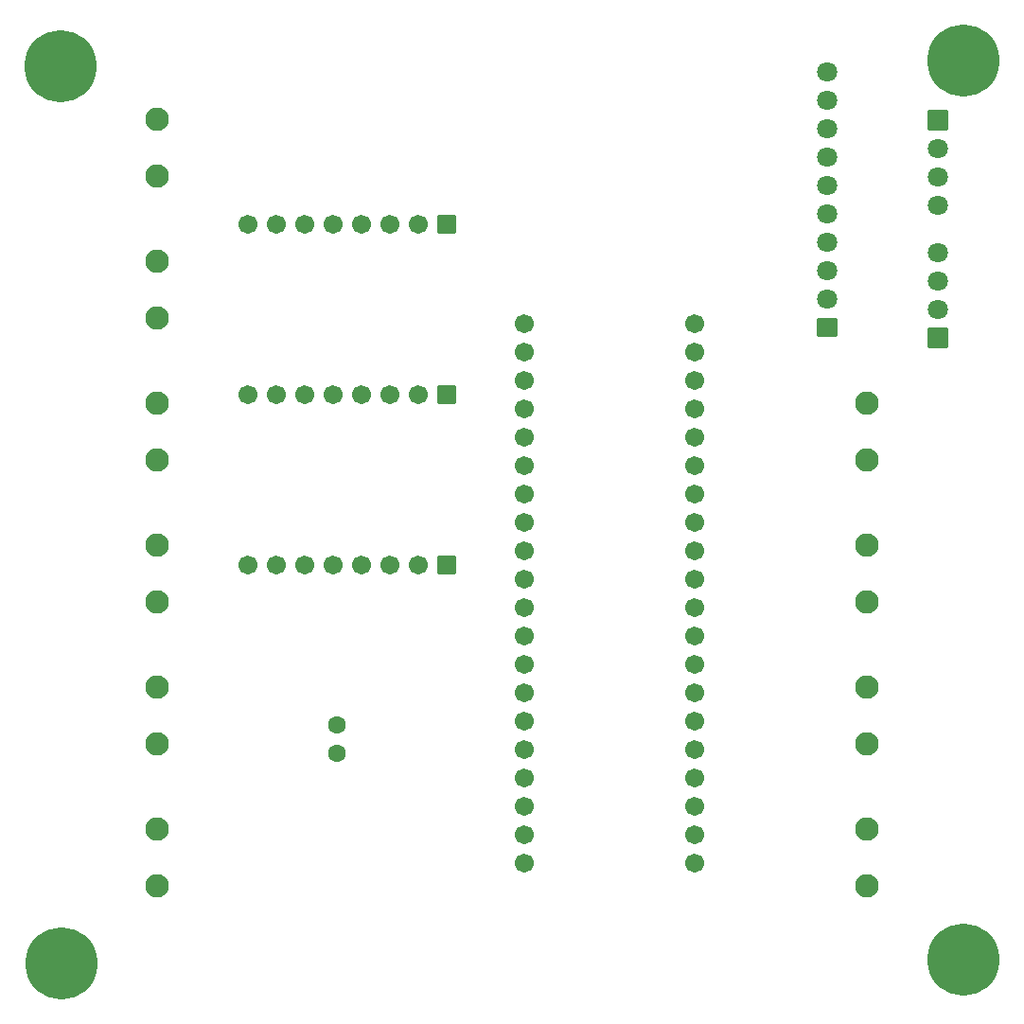
<source format=gts>
G04 Layer: TopSolderMaskLayer*
G04 EasyEDA Pro v3.2.87, 2026-02-03 17:42:00*
G04 Gerber Generator version 0.3*
G04 Scale: 100 percent, Rotated: No, Reflected: No*
G04 Dimensions in millimeters*
G04 Leading zeros omitted, absolute positions, 4 integers and 5 decimals*
G04 Generated by one-click*
%FSLAX45Y45*%
%MOMM*%
%AMRoundRect*1,1,$1,$2,$3*1,1,$1,$4,$5*1,1,$1,0-$2,0-$3*1,1,$1,0-$4,0-$5*20,1,$1,$2,$3,$4,$5,0*20,1,$1,$4,$5,0-$2,0-$3,0*20,1,$1,0-$2,0-$3,0-$4,0-$5,0*20,1,$1,0-$4,0-$5,$2,$3,0*4,1,4,$2,$3,$4,$5,0-$2,0-$3,0-$4,0-$5,$2,$3,0*%
%ADD10C,6.4516*%
%ADD11RoundRect,0.1016X-0.85X-0.85X-0.85X0.85*%
%ADD12C,1.8016*%
%ADD13C,2.1016*%
%ADD14RoundRect,0.1016X-0.8X0.8X0.8X0.8*%
%ADD15C,1.7016*%
%ADD16RoundRect,0.1016X-0.85X-0.7874X-0.85X0.7874*%
%ADD17C,1.6081*%
%ADD18C,1.6016*%
G75*


G04 Pad Start*
G54D10*
G01X469900Y-762000D03*
G01X8547100Y-711200D03*
G01X482600Y-8788400D03*
G01X8547100Y-8750300D03*
G54D11*
G01X8318500Y-3187700D03*
G54D12*
G01X8318500Y-2933700D03*
G01X8318500Y-2679700D03*
G01X8318500Y-2425700D03*
G54D13*
G01X7683500Y-6819900D03*
G01X7683500Y-6311900D03*
G01X7683500Y-8089900D03*
G01X7683500Y-7581900D03*
G01X1333500Y-5041900D03*
G01X1333500Y-5549900D03*
G54D14*
G01X3924301Y-3695701D03*
G54D15*
G01X3670301Y-3695701D03*
G01X3416301Y-3695701D03*
G01X3162301Y-3695701D03*
G01X2908301Y-3695701D03*
G01X2654301Y-3695701D03*
G01X2400301Y-3695701D03*
G01X2146301Y-3695701D03*
G54D14*
G01X3924301Y-5219701D03*
G54D15*
G01X3670301Y-5219701D03*
G01X3416301Y-5219701D03*
G01X3162301Y-5219701D03*
G01X2908301Y-5219701D03*
G01X2654301Y-5219701D03*
G01X2400301Y-5219701D03*
G01X2146301Y-5219701D03*
G54D13*
G01X1333500Y-7581900D03*
G01X1333500Y-8089900D03*
G01X1333500Y-6311900D03*
G01X1333500Y-6819900D03*
G01X7683500Y-4279900D03*
G01X7683500Y-3771900D03*
G01X1333500Y-1231900D03*
G01X1333500Y-1739900D03*
G01X1333500Y-2501900D03*
G01X1333500Y-3009900D03*
G01X1333500Y-3771900D03*
G01X1333500Y-4279900D03*
G54D14*
G01X3924300Y-2171700D03*
G54D15*
G01X3670300Y-2171700D03*
G01X3416300Y-2171700D03*
G01X3162300Y-2171700D03*
G01X2908300Y-2171700D03*
G01X2654300Y-2171700D03*
G01X2400300Y-2171700D03*
G01X2146300Y-2171700D03*
G01X6146797Y-7886695D03*
G01X6146797Y-7632695D03*
G01X6146797Y-7378695D03*
G01X6146797Y-7124695D03*
G01X6146797Y-6870695D03*
G01X6146797Y-6616695D03*
G01X6146797Y-6362695D03*
G01X6146797Y-6108695D03*
G01X6146797Y-5854695D03*
G01X6146797Y-5600695D03*
G01X6146797Y-5346695D03*
G01X6146797Y-5092695D03*
G01X6146797Y-4838695D03*
G01X6146797Y-4584695D03*
G01X6146797Y-4330695D03*
G01X6146797Y-4076695D03*
G01X6146797Y-3822695D03*
G01X6146797Y-3568695D03*
G01X6146797Y-3314695D03*
G01X6146797Y-3060695D03*
G01X4622797Y-3060695D03*
G01X4622797Y-3314695D03*
G01X4622797Y-3568695D03*
G01X4622797Y-3822695D03*
G01X4622797Y-4076695D03*
G01X4622797Y-4330695D03*
G01X4622797Y-4584695D03*
G01X4622797Y-4838695D03*
G01X4622797Y-5092695D03*
G01X4622797Y-5346695D03*
G01X4622797Y-5600695D03*
G01X4622797Y-5854695D03*
G01X4622797Y-6108695D03*
G01X4622797Y-6362695D03*
G01X4622797Y-6616695D03*
G01X4622797Y-6870695D03*
G01X4622797Y-7124695D03*
G01X4622797Y-7378695D03*
G01X4622797Y-7632695D03*
G01X4622797Y-7886695D03*
G54D13*
G01X7683500Y-5549900D03*
G01X7683500Y-5041900D03*
G54D11*
G01X8318500Y-1244600D03*
G54D12*
G01X8318500Y-1498600D03*
G01X8318500Y-1752600D03*
G01X8318500Y-2006600D03*
G01X7327900Y-812800D03*
G01X7327900Y-1066800D03*
G01X7327900Y-1320800D03*
G01X7327900Y-1574800D03*
G01X7327900Y-1828800D03*
G01X7327900Y-2082800D03*
G01X7327900Y-2336800D03*
G01X7327900Y-2590800D03*
G01X7327900Y-2844800D03*
G54D16*
G01X7327900Y-3098800D03*
G54D18*
G01X2946400Y-6654800D03*
G01X2946400Y-6908800D03*
G04 Pad End*

M02*


</source>
